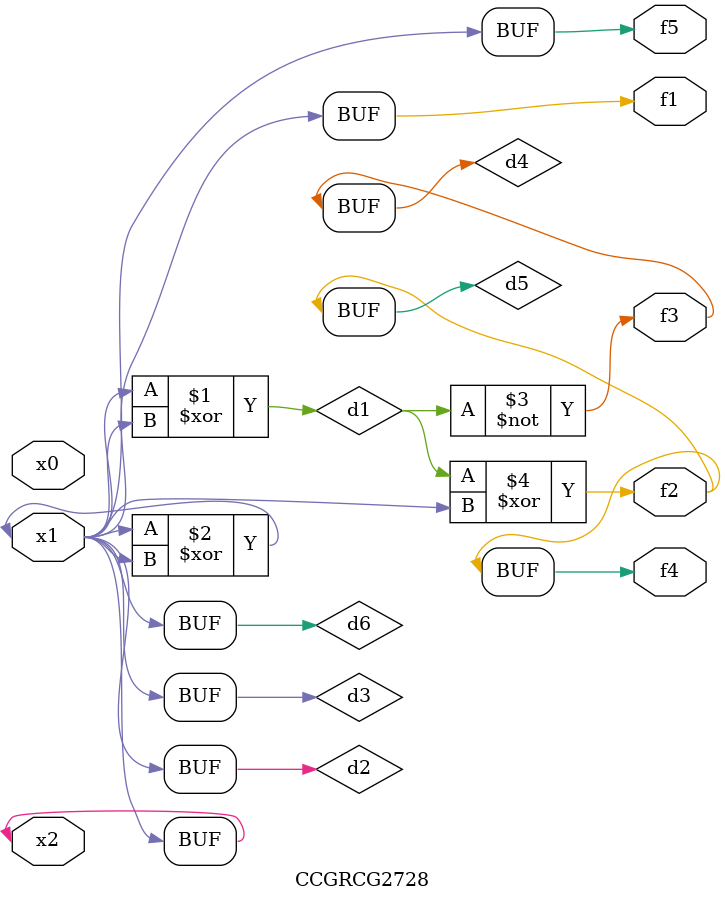
<source format=v>
module CCGRCG2728(
	input x0, x1, x2,
	output f1, f2, f3, f4, f5
);

	wire d1, d2, d3, d4, d5, d6;

	xor (d1, x1, x2);
	buf (d2, x1, x2);
	xor (d3, x1, x2);
	nor (d4, d1);
	xor (d5, d1, d2);
	buf (d6, d2, d3);
	assign f1 = d6;
	assign f2 = d5;
	assign f3 = d4;
	assign f4 = d5;
	assign f5 = d6;
endmodule

</source>
